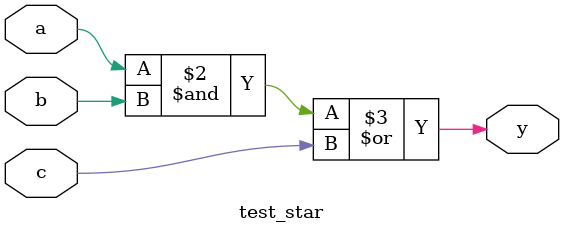
<source format=sv>

module test_star(
  input logic a,
  input logic b,
  input logic c,
  output logic y
);
  always @* begin
    y = (a & b) | c;
  end
endmodule

</source>
